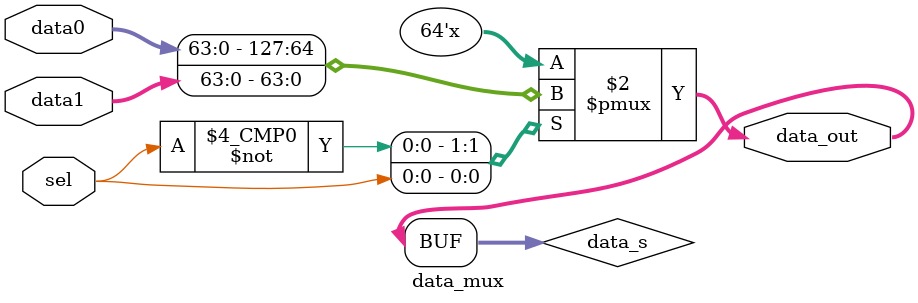
<source format=v>
`timescale 1ns / 1ps
module data_mux(
	input [63:0] data0,
	input [63:0] data1,
	output [63:0] data_out,
	input sel
    );
	
	reg [63:0] data_s;
	assign data_out =  data_s;
	
	always @(*)
	begin
		case(sel)
			1'b0: data_s = data0;
			1'b1: data_s = data1;
		endcase
	end

endmodule

</source>
